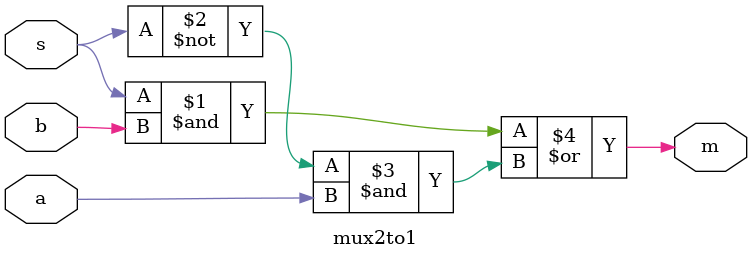
<source format=v>


module mux(LEDR, SW);
    input [9:0] SW;
    output [9:0] LEDR;
    wire w1;
    wire w2;
    mux2to1 u0(
        .a(SW[0]),
        .b(SW[1]),
        .s(SW[9]),
        .m(w1)
        );
    mux2to1 u1(
        .a(SW[2]),
        .b(SW[3]),
        .s(SW[9]),
        .m(w2)
        );
    mux2to1 u2(
        .a(w1),
        .b(w2),
        .s(SW[8]),
        .m(LEDR[0])
        );
endmodule

module mux2to1(a, b, s, m);
    input a; //selected when s is 0
    input b; //selected when s is 1
    input s; //select signal
    output m; //output
  
    assign m = s & b | ~s & a;
    // OR
    // assign m = s ? y : x;

endmodule

</source>
